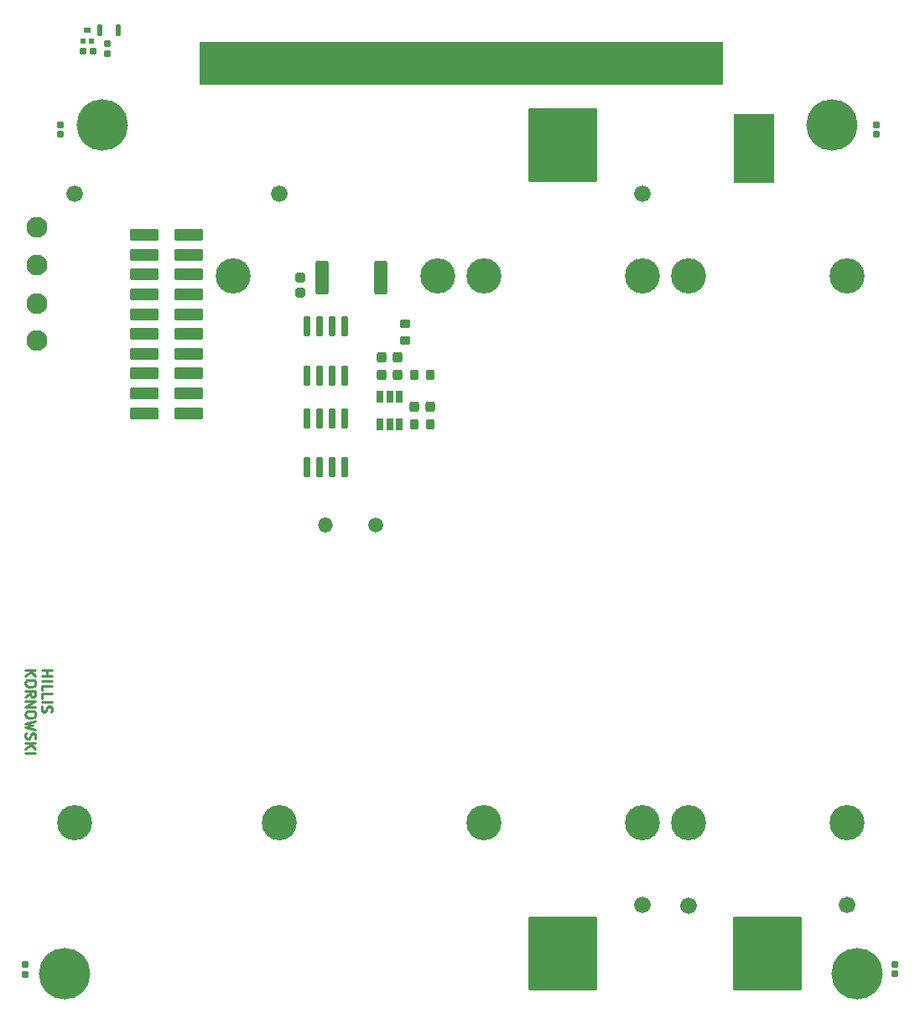
<source format=gts>
%TF.GenerationSoftware,KiCad,Pcbnew,(6.0.4)*%
%TF.CreationDate,2022-04-12T12:42:18-04:00*%
%TF.ProjectId,batteryboard,62617474-6572-4796-926f-6172642e6b69,rev?*%
%TF.SameCoordinates,Original*%
%TF.FileFunction,Soldermask,Top*%
%TF.FilePolarity,Negative*%
%FSLAX46Y46*%
G04 Gerber Fmt 4.6, Leading zero omitted, Abs format (unit mm)*
G04 Created by KiCad (PCBNEW (6.0.4)) date 2022-04-12 12:42:18*
%MOMM*%
%LPD*%
G01*
G04 APERTURE LIST*
G04 Aperture macros list*
%AMRoundRect*
0 Rectangle with rounded corners*
0 $1 Rounding radius*
0 $2 $3 $4 $5 $6 $7 $8 $9 X,Y pos of 4 corners*
0 Add a 4 corners polygon primitive as box body*
4,1,4,$2,$3,$4,$5,$6,$7,$8,$9,$2,$3,0*
0 Add four circle primitives for the rounded corners*
1,1,$1+$1,$2,$3*
1,1,$1+$1,$4,$5*
1,1,$1+$1,$6,$7*
1,1,$1+$1,$8,$9*
0 Add four rect primitives between the rounded corners*
20,1,$1+$1,$2,$3,$4,$5,0*
20,1,$1+$1,$4,$5,$6,$7,0*
20,1,$1+$1,$6,$7,$8,$9,0*
20,1,$1+$1,$8,$9,$2,$3,0*%
%AMFreePoly0*
4,1,25,0.115149,2.428891,0.133461,2.421305,0.222677,2.361692,0.236692,2.347677,0.296305,2.258461,0.303891,2.240149,0.324824,2.134911,0.325800,2.125000,0.325800,-1.400000,0.310921,-1.435921,0.275000,-1.450800,-0.275000,-1.450800,-0.310921,-1.435921,-0.325800,-1.400000,-0.325800,2.125000,-0.324824,2.134911,-0.303891,2.240149,-0.296305,2.258461,-0.236692,2.347677,-0.222677,2.361692,
-0.133461,2.421305,-0.115149,2.428891,-0.009911,2.449824,0.009911,2.449824,0.115149,2.428891,0.115149,2.428891,$1*%
G04 Aperture macros list end*
%ADD10C,0.254000*%
%ADD11C,0.100000*%
%ADD12C,3.551600*%
%ADD13C,1.671600*%
%ADD14RoundRect,0.050800X-2.000000X3.400000X-2.000000X-3.400000X2.000000X-3.400000X2.000000X3.400000X0*%
%ADD15RoundRect,0.050800X-3.400000X3.650000X-3.400000X-3.650000X3.400000X-3.650000X3.400000X3.650000X0*%
%ADD16RoundRect,0.050800X0.300000X0.500000X-0.300000X0.500000X-0.300000X-0.500000X0.300000X-0.500000X0*%
%ADD17RoundRect,0.050800X3.400000X-3.650000X3.400000X3.650000X-3.400000X3.650000X-3.400000X-3.650000X0*%
%ADD18RoundRect,0.275800X-0.225000X-0.250000X0.225000X-0.250000X0.225000X0.250000X-0.225000X0.250000X0*%
%ADD19RoundRect,0.275800X-0.250000X0.225000X-0.250000X-0.225000X0.250000X-0.225000X0.250000X0.225000X0*%
%ADD20RoundRect,0.250800X-0.275000X0.200000X-0.275000X-0.200000X0.275000X-0.200000X0.275000X0.200000X0*%
%ADD21RoundRect,0.250800X0.200000X0.275000X-0.200000X0.275000X-0.200000X-0.275000X0.200000X-0.275000X0*%
%ADD22RoundRect,0.200800X0.150000X-0.825000X0.150000X0.825000X-0.150000X0.825000X-0.150000X-0.825000X0*%
%ADD23RoundRect,0.200800X-0.150000X0.825000X-0.150000X-0.825000X0.150000X-0.825000X0.150000X0.825000X0*%
%ADD24RoundRect,0.250800X-0.200000X-0.275000X0.200000X-0.275000X0.200000X0.275000X-0.200000X0.275000X0*%
%ADD25RoundRect,0.300799X0.362501X1.425001X-0.362501X1.425001X-0.362501X-1.425001X0.362501X-1.425001X0*%
%ADD26C,2.101600*%
%ADD27RoundRect,0.190800X0.170000X-0.140000X0.170000X0.140000X-0.170000X0.140000X-0.170000X-0.140000X0*%
%ADD28RoundRect,0.190800X-0.170000X0.140000X-0.170000X-0.140000X0.170000X-0.140000X0.170000X0.140000X0*%
%ADD29RoundRect,0.050800X0.185000X-0.500000X0.185000X0.500000X-0.185000X0.500000X-0.185000X-0.500000X0*%
%ADD30RoundRect,0.050800X-0.185000X0.500000X-0.185000X-0.500000X0.185000X-0.500000X0.185000X0.500000X0*%
%ADD31C,5.181600*%
%ADD32FreePoly0,0.000000*%
%ADD33RoundRect,0.050800X0.200000X-0.225000X0.200000X0.225000X-0.200000X0.225000X-0.200000X-0.225000X0*%
%ADD34RoundRect,0.050800X0.250000X-0.225000X0.250000X0.225000X-0.250000X0.225000X-0.250000X-0.225000X0*%
%ADD35RoundRect,0.185800X0.185000X-0.135000X0.185000X0.135000X-0.185000X0.135000X-0.185000X-0.135000X0*%
%ADD36RoundRect,0.185800X-0.135000X-0.185000X0.135000X-0.185000X0.135000X0.185000X-0.135000X0.185000X0*%
%ADD37RoundRect,0.050800X1.385000X-0.510000X1.385000X0.510000X-1.385000X0.510000X-1.385000X-0.510000X0*%
%ADD38C,1.501600*%
%ADD39O,1.501600X1.501600*%
G04 APERTURE END LIST*
D10*
X55984260Y-108230004D02*
X57000260Y-108230004D01*
X56516451Y-108230004D02*
X56516451Y-108810576D01*
X55984260Y-108810576D02*
X57000260Y-108810576D01*
X55984260Y-109294385D02*
X57000260Y-109294385D01*
X55984260Y-110262004D02*
X55984260Y-109778195D01*
X57000260Y-109778195D01*
X55984260Y-111084480D02*
X55984260Y-110600671D01*
X57000260Y-110600671D01*
X55984260Y-111423147D02*
X57000260Y-111423147D01*
X56032641Y-111858576D02*
X55984260Y-112003719D01*
X55984260Y-112245623D01*
X56032641Y-112342385D01*
X56081022Y-112390766D01*
X56177784Y-112439147D01*
X56274546Y-112439147D01*
X56371308Y-112390766D01*
X56419689Y-112342385D01*
X56468070Y-112245623D01*
X56516451Y-112052100D01*
X56564832Y-111955338D01*
X56613213Y-111906957D01*
X56709975Y-111858576D01*
X56806737Y-111858576D01*
X56903499Y-111906957D01*
X56951880Y-111955338D01*
X57000260Y-112052100D01*
X57000260Y-112294004D01*
X56951880Y-112439147D01*
X54348500Y-108230004D02*
X55364500Y-108230004D01*
X54348500Y-108810576D02*
X54929072Y-108375147D01*
X55364500Y-108810576D02*
X54783929Y-108230004D01*
X55364500Y-109439528D02*
X55364500Y-109633052D01*
X55316120Y-109729814D01*
X55219358Y-109826576D01*
X55025834Y-109874957D01*
X54687167Y-109874957D01*
X54493643Y-109826576D01*
X54396881Y-109729814D01*
X54348500Y-109633052D01*
X54348500Y-109439528D01*
X54396881Y-109342766D01*
X54493643Y-109246004D01*
X54687167Y-109197623D01*
X55025834Y-109197623D01*
X55219358Y-109246004D01*
X55316120Y-109342766D01*
X55364500Y-109439528D01*
X54348500Y-110890957D02*
X54832310Y-110552290D01*
X54348500Y-110310385D02*
X55364500Y-110310385D01*
X55364500Y-110697433D01*
X55316120Y-110794195D01*
X55267739Y-110842576D01*
X55170977Y-110890957D01*
X55025834Y-110890957D01*
X54929072Y-110842576D01*
X54880691Y-110794195D01*
X54832310Y-110697433D01*
X54832310Y-110310385D01*
X54348500Y-111326385D02*
X55364500Y-111326385D01*
X54348500Y-111906957D01*
X55364500Y-111906957D01*
X55364500Y-112584290D02*
X55364500Y-112777814D01*
X55316120Y-112874576D01*
X55219358Y-112971338D01*
X55025834Y-113019719D01*
X54687167Y-113019719D01*
X54493643Y-112971338D01*
X54396881Y-112874576D01*
X54348500Y-112777814D01*
X54348500Y-112584290D01*
X54396881Y-112487528D01*
X54493643Y-112390766D01*
X54687167Y-112342385D01*
X55025834Y-112342385D01*
X55219358Y-112390766D01*
X55316120Y-112487528D01*
X55364500Y-112584290D01*
X55364500Y-113358385D02*
X54348500Y-113600290D01*
X55074215Y-113793814D01*
X54348500Y-113987338D01*
X55364500Y-114229242D01*
X54396881Y-114567909D02*
X54348500Y-114713052D01*
X54348500Y-114954957D01*
X54396881Y-115051719D01*
X54445262Y-115100100D01*
X54542024Y-115148480D01*
X54638786Y-115148480D01*
X54735548Y-115100100D01*
X54783929Y-115051719D01*
X54832310Y-114954957D01*
X54880691Y-114761433D01*
X54929072Y-114664671D01*
X54977453Y-114616290D01*
X55074215Y-114567909D01*
X55170977Y-114567909D01*
X55267739Y-114616290D01*
X55316120Y-114664671D01*
X55364500Y-114761433D01*
X55364500Y-115003338D01*
X55316120Y-115148480D01*
X54348500Y-115583909D02*
X55364500Y-115583909D01*
X54348500Y-116164480D02*
X54929072Y-115729052D01*
X55364500Y-116164480D02*
X54783929Y-115583909D01*
X54348500Y-116599909D02*
X55364500Y-116599909D01*
G36*
X124722220Y-49004353D02*
G01*
X71922220Y-49004353D01*
X71922220Y-44804353D01*
X124722220Y-44804353D01*
X124722220Y-49004353D01*
G37*
D11*
X124722220Y-49004353D02*
X71922220Y-49004353D01*
X71922220Y-44804353D01*
X124722220Y-44804353D01*
X124722220Y-49004353D01*
D12*
X121273300Y-68450100D03*
X137273300Y-123650100D03*
D13*
X121273300Y-131980100D03*
D14*
X127873300Y-55525100D03*
D15*
X129273300Y-136825100D03*
D16*
X90172500Y-83378500D03*
X91122500Y-83378500D03*
X92072500Y-83378500D03*
X92072500Y-80578500D03*
X91122500Y-80578500D03*
X90172500Y-80578500D03*
D12*
X116623100Y-123624700D03*
X100623100Y-68424700D03*
D13*
X116623100Y-60094700D03*
D17*
X108623100Y-136799700D03*
X108623100Y-55249700D03*
D18*
X90347500Y-76644500D03*
X91897500Y-76644500D03*
X90347500Y-78422500D03*
X91897500Y-78422500D03*
X93649500Y-81597500D03*
X95199500Y-81597500D03*
D19*
X82105500Y-68567000D03*
X82105500Y-70117000D03*
D20*
X92710000Y-73279500D03*
X92710000Y-74929500D03*
D21*
X95249500Y-78422500D03*
X93599500Y-78422500D03*
D22*
X82740500Y-87755500D03*
X84010500Y-87755500D03*
X85280500Y-87755500D03*
X86550500Y-87755500D03*
X86550500Y-82805500D03*
X85280500Y-82805500D03*
X84010500Y-82805500D03*
X82740500Y-82805500D03*
D23*
X86550500Y-73534500D03*
X85280500Y-73534500D03*
X84010500Y-73534500D03*
X82740500Y-73534500D03*
X82740500Y-78484500D03*
X84010500Y-78484500D03*
X85280500Y-78484500D03*
X86550500Y-78484500D03*
D24*
X93599500Y-83375500D03*
X95249500Y-83375500D03*
D25*
X90211500Y-68580000D03*
X84286500Y-68580000D03*
D26*
X55499000Y-67310000D03*
X55499000Y-71247000D03*
X55499000Y-74930000D03*
X55499000Y-63500000D03*
D27*
X57848500Y-54137500D03*
X57848500Y-53177500D03*
X140271500Y-54137500D03*
X140271500Y-53177500D03*
D28*
X142113000Y-137886500D03*
X142113000Y-138846500D03*
X54356000Y-137950000D03*
X54356000Y-138910000D03*
D29*
X61862178Y-43591480D03*
D30*
X63722178Y-43591480D03*
D31*
X62118400Y-53157200D03*
X135778400Y-53157200D03*
X138318400Y-138887200D03*
X58318400Y-138887200D03*
D32*
X73122220Y-47404353D03*
X73922220Y-47404353D03*
X74722220Y-47404353D03*
X75522220Y-47404353D03*
X76322220Y-47404353D03*
X77122220Y-47404353D03*
X77922220Y-47404353D03*
X78722220Y-47404353D03*
X79522220Y-47404353D03*
X80322220Y-47404353D03*
X81122220Y-47404353D03*
X81922220Y-47404353D03*
X82722220Y-47404353D03*
X83522220Y-47404353D03*
X84322220Y-47404353D03*
X85122220Y-47404353D03*
X85922220Y-47404353D03*
X86722220Y-47404353D03*
X87522220Y-47404353D03*
X88322220Y-47404353D03*
X89122220Y-47404353D03*
X89922220Y-47404353D03*
X90722220Y-47404353D03*
X91522220Y-47404353D03*
X92322220Y-47404353D03*
X93122220Y-47404353D03*
X93922220Y-47404353D03*
X94722220Y-47404353D03*
X95522220Y-47404353D03*
X96322220Y-47404353D03*
X97122220Y-47404353D03*
X97922220Y-47404353D03*
X101922220Y-47404353D03*
X102722220Y-47404353D03*
X103522220Y-47404353D03*
X104322220Y-47404353D03*
X105122220Y-47404353D03*
X105922220Y-47404353D03*
X106722220Y-47404353D03*
X107522220Y-47404353D03*
X108322220Y-47404353D03*
X109122220Y-47404353D03*
X109922220Y-47404353D03*
X110722220Y-47404353D03*
X111522220Y-47404353D03*
X112322220Y-47404353D03*
X113122220Y-47404353D03*
X113922220Y-47404353D03*
X114722220Y-47404353D03*
X115522220Y-47404353D03*
X116322220Y-47404353D03*
X117122220Y-47404353D03*
X117922220Y-47404353D03*
X118722220Y-47404353D03*
X119522220Y-47404353D03*
X120322220Y-47404353D03*
X121122220Y-47404353D03*
X121922220Y-47404353D03*
X122722220Y-47404353D03*
X123522220Y-47404353D03*
D33*
X60179000Y-44745600D03*
X60979000Y-44745600D03*
D34*
X60579000Y-43595600D03*
D35*
X62661800Y-45976000D03*
X62661800Y-44956000D03*
D36*
X60170600Y-45694600D03*
X61190600Y-45694600D03*
D37*
X70855000Y-64273000D03*
X70855000Y-66273000D03*
X70855000Y-68273000D03*
X70855000Y-70273000D03*
X70855000Y-72273000D03*
X70855000Y-74273000D03*
X70855000Y-76273000D03*
X70855000Y-78273000D03*
X70855000Y-80273000D03*
X70855000Y-82273000D03*
X66305000Y-64273000D03*
X66305000Y-66273000D03*
X66305000Y-68273000D03*
X66305000Y-70273000D03*
X66305000Y-72273000D03*
X66305000Y-74273000D03*
X66305000Y-76273000D03*
X66305000Y-78273000D03*
X66305000Y-80273000D03*
X66305000Y-82273000D03*
D38*
X89739000Y-93599000D03*
D39*
X84659000Y-93599000D03*
D12*
X79998300Y-123650100D03*
X95998300Y-68450100D03*
D13*
X79998300Y-60120100D03*
D12*
X121273300Y-123624700D03*
D13*
X137273300Y-131954700D03*
D12*
X137273300Y-68424700D03*
D13*
X116623100Y-131954700D03*
D12*
X100623100Y-123624700D03*
X116623100Y-68424700D03*
X75348100Y-68450100D03*
X59348100Y-123650100D03*
D13*
X59348100Y-60120100D03*
M02*

</source>
